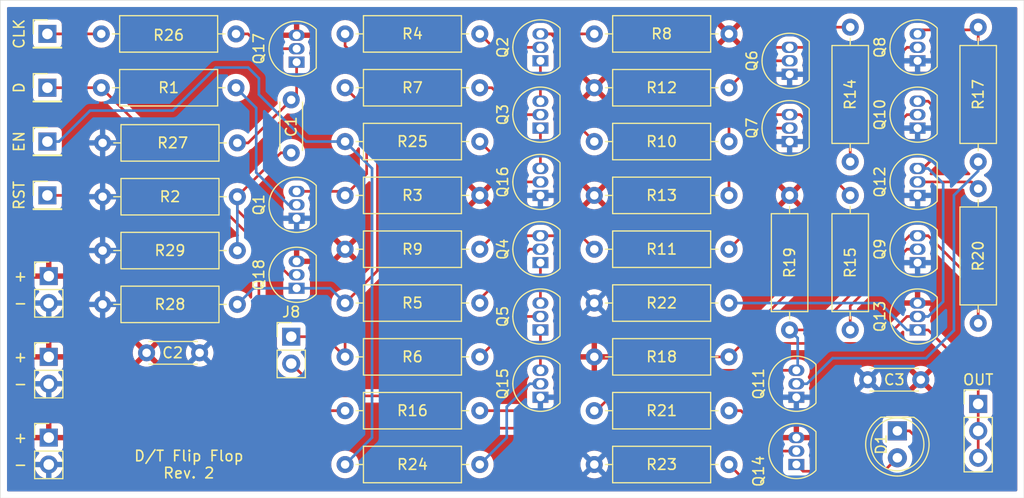
<source format=kicad_pcb>
(kicad_pcb (version 20221018) (generator pcbnew)
  (layers (0 "F.Cu" signal) (31 "B.Cu" signal) (34 "B.Paste" user) (35 "F.Paste" user) (36 "B.SilkS" user "B.Silkscreen") (37 "F.SilkS" user "F.Silkscreen") (38 "B.Mask" user) (39 "F.Mask" user) (44 "Edge.Cuts" user))
  (net 0 "")
  (net 1 "Net-(Q17-E)")
  (net 2 "Net-(Q18-B)")
  (net 3 "VCC")
  (net 4 "GND")
  (net 5 "Net-(D1-K)")
  (net 6 "Net-(D1-A)")
  (net 7 "Net-(J1-Pin_1)")
  (net 8 "Net-(J2-Pin_1)")
  (net 9 "Net-(J3-Pin_1)")
  (net 10 "Net-(J7-Pin_1)")
  (net 11 "Net-(J8-Pin_2)")
  (net 12 "Net-(J9-Pin_1)")
  (net 13 "Net-(Q1-C)")
  (net 14 "Net-(Q1-B)")
  (net 15 "Net-(Q2-E)")
  (net 16 "Net-(Q2-C)")
  (net 17 "Net-(Q2-B)")
  (net 18 "Net-(Q3-B)")
  (net 19 "Net-(Q16-C)")
  (net 20 "Net-(Q4-E)")
  (net 21 "Net-(Q4-C)")
  (net 22 "Net-(Q4-B)")
  (net 23 "Net-(Q5-B)")
  (net 24 "Net-(Q15-C)")
  (net 25 "Net-(Q6-C)")
  (net 26 "Net-(Q6-B)")
  (net 27 "Net-(Q7-B)")
  (net 28 "Net-(Q7-C)")
  (net 29 "Net-(Q8-B)")
  (net 30 "Net-(Q10-C)")
  (net 31 "Net-(Q9-B)")
  (net 32 "Net-(Q10-B)")
  (net 33 "Net-(Q11-B)")
  (net 34 "Net-(Q12-B)")
  (net 35 "Net-(Q14-B)")
  (net 36 "Net-(Q15-B)")
  (net 37 "Net-(Q16-B)")
  (net 38 "Net-(Q17-B)")
  (net 39 "Net-(Q18-E)")
  (footprint "LED_THT:LED_D5.0mm" (layer "F.Cu") (at 109.982 67.31 -90)
    (fp_text reference "D1" (at 1.27 1.524 -90) (layer "F.SilkS"))
    (fp_text value "LED")
    (pad "1" thru_hole rect (at 0 0 270) (size 1.8 1.8) (drill 0.9) (layers "*.Cu" "*.Mask") (net 5 "Net-(D1-K)"))
    (pad "2" thru_hole circle (at 2.54 0 270) (size 1.8 1.8) (drill 0.9) (layers "*.Cu" "*.Mask") (net 6 "Net-(D1-A)"))
  )
  (footprint "Connector_PinHeader_2.54mm:PinHeader_1x02_P2.54mm_Vertical" (layer "F.Cu") (at 29.972 67.945)
    (fp_text reference "J6" hide)
    (fp_text value "Power")
    (pad "1" thru_hole rect (at 0 0) (size 1.7 1.7) (drill 1) (layers "*.Cu" "*.Mask") (net 3 "VCC"))
    (pad "2" thru_hole oval (at 0 2.54) (size 1.7 1.7) (drill 1) (layers "*.Cu" "*.Mask") (net 4 "GND"))
  )
  (footprint "Package_TO_SOT_THT:TO-92_Inline" (layer "F.Cu") (at 76.327 32.385 90)
    (fp_text reference "Q2" (at 1.27 -3.56 90) (layer "F.SilkS"))
    (fp_text value "2N2222")
    (pad "1" thru_hole rect (at 0 0 90) (size 1.05 1.5) (drill 0.75) (layers "*.Cu" "*.Mask") (net 15 "Net-(Q2-E)"))
    (pad "2" thru_hole oval (at 1.27 0 90) (size 1.05 1.5) (drill 0.75) (layers "*.Cu" "*.Mask") (net 17 "Net-(Q2-B)"))
    (pad "3" thru_hole oval (at 2.54 0 90) (size 1.05 1.5) (drill 0.75) (layers "*.Cu" "*.Mask") (net 16 "Net-(Q2-C)"))
  )
  (footprint "Package_TO_SOT_THT:TO-92_Inline" (layer "F.Cu") (at 76.327 38.735 90)
    (fp_text reference "Q3" (at 1.27 -3.56 90) (layer "F.SilkS"))
    (fp_text value "2N2222")
    (pad "1" thru_hole rect (at 0 0 90) (size 1.05 1.5) (drill 0.75) (layers "*.Cu" "*.Mask") (net 19 "Net-(Q16-C)"))
    (pad "2" thru_hole oval (at 1.27 0 90) (size 1.05 1.5) (drill 0.75) (layers "*.Cu" "*.Mask") (net 18 "Net-(Q3-B)"))
    (pad "3" thru_hole oval (at 2.54 0 90) (size 1.05 1.5) (drill 0.75) (layers "*.Cu" "*.Mask") (net 15 "Net-(Q2-E)"))
  )
  (footprint "Package_TO_SOT_THT:TO-92_Inline" (layer "F.Cu") (at 99.822 33.655 90)
    (fp_text reference "Q6" (at 1.27 -3.56 90) (layer "F.SilkS"))
    (fp_text value "2N2222")
    (pad "1" thru_hole rect (at 0 0 90) (size 1.05 1.5) (drill 0.75) (layers "*.Cu" "*.Mask") (net 4 "GND"))
    (pad "2" thru_hole oval (at 1.27 0 90) (size 1.05 1.5) (drill 0.75) (layers "*.Cu" "*.Mask") (net 26 "Net-(Q6-B)"))
    (pad "3" thru_hole oval (at 2.54 0 90) (size 1.05 1.5) (drill 0.75) (layers "*.Cu" "*.Mask") (net 25 "Net-(Q6-C)"))
  )
  (footprint "Package_TO_SOT_THT:TO-92_Inline" (layer "F.Cu") (at 99.822 40.005 90)
    (fp_text reference "Q7" (at 1.27 -3.56 90) (layer "F.SilkS"))
    (fp_text value "2N2222")
    (pad "1" thru_hole rect (at 0 0 90) (size 1.05 1.5) (drill 0.75) (layers "*.Cu" "*.Mask") (net 4 "GND"))
    (pad "2" thru_hole oval (at 1.27 0 90) (size 1.05 1.5) (drill 0.75) (layers "*.Cu" "*.Mask") (net 27 "Net-(Q7-B)"))
    (pad "3" thru_hole oval (at 2.54 0 90) (size 1.05 1.5) (drill 0.75) (layers "*.Cu" "*.Mask") (net 28 "Net-(Q7-C)"))
  )
  (footprint "Package_TO_SOT_THT:TO-92_Inline" (layer "F.Cu") (at 111.887 32.385 90)
    (fp_text reference "Q8" (at 1.27 -3.56 90) (layer "F.SilkS"))
    (fp_text value "2N2222")
    (pad "1" thru_hole rect (at 0 0 90) (size 1.05 1.5) (drill 0.75) (layers "*.Cu" "*.Mask") (net 4 "GND"))
    (pad "2" thru_hole oval (at 1.27 0 90) (size 1.05 1.5) (drill 0.75) (layers "*.Cu" "*.Mask") (net 29 "Net-(Q8-B)"))
    (pad "3" thru_hole oval (at 2.54 0 90) (size 1.05 1.5) (drill 0.75) (layers "*.Cu" "*.Mask") (net 30 "Net-(Q10-C)"))
  )
  (footprint "Package_TO_SOT_THT:TO-92_Inline" (layer "F.Cu") (at 111.887 51.435 90)
    (fp_text reference "Q9" (at 1.27 -3.56 90) (layer "F.SilkS"))
    (fp_text value "2N2222")
    (pad "1" thru_hole rect (at 0 0 90) (size 1.05 1.5) (drill 0.75) (layers "*.Cu" "*.Mask") (net 4 "GND"))
    (pad "2" thru_hole oval (at 1.27 0 90) (size 1.05 1.5) (drill 0.75) (layers "*.Cu" "*.Mask") (net 31 "Net-(Q9-B)"))
    (pad "3" thru_hole oval (at 2.54 0 90) (size 1.05 1.5) (drill 0.75) (layers "*.Cu" "*.Mask") (net 11 "Net-(J8-Pin_2)"))
  )
  (footprint "Package_TO_SOT_THT:TO-92_Inline" (layer "F.Cu") (at 111.887 38.735 90)
    (fp_text reference "Q10" (at 1.27 -3.56 90) (layer "F.SilkS"))
    (fp_text value "2N2222")
    (pad "1" thru_hole rect (at 0 0 90) (size 1.05 1.5) (drill 0.75) (layers "*.Cu" "*.Mask") (net 4 "GND"))
    (pad "2" thru_hole oval (at 1.27 0 90) (size 1.05 1.5) (drill 0.75) (layers "*.Cu" "*.Mask") (net 32 "Net-(Q10-B)"))
    (pad "3" thru_hole oval (at 2.54 0 90) (size 1.05 1.5) (drill 0.75) (layers "*.Cu" "*.Mask") (net 30 "Net-(Q10-C)"))
  )
  (footprint "Package_TO_SOT_THT:TO-92_Inline" (layer "F.Cu") (at 100.457 64.135 90)
    (fp_text reference "Q11" (at 1.27 -3.56 90) (layer "F.SilkS"))
    (fp_text value "2N2222")
    (pad "1" thru_hole rect (at 0 0 90) (size 1.05 1.5) (drill 0.75) (layers "*.Cu" "*.Mask") (net 4 "GND"))
    (pad "2" thru_hole oval (at 1.27 0 90) (size 1.05 1.5) (drill 0.75) (layers "*.Cu" "*.Mask") (net 33 "Net-(Q11-B)"))
    (pad "3" thru_hole oval (at 2.54 0 90) (size 1.05 1.5) (drill 0.75) (layers "*.Cu" "*.Mask") (net 11 "Net-(J8-Pin_2)"))
  )
  (footprint "Package_TO_SOT_THT:TO-92_Inline" (layer "F.Cu") (at 111.887 45.085 90)
    (fp_text reference "Q12" (at 1.27 -3.56 90) (layer "F.SilkS"))
    (fp_text value "2N2222")
    (pad "1" thru_hole rect (at 0 0 90) (size 1.05 1.5) (drill 0.75) (layers "*.Cu" "*.Mask") (net 4 "GND"))
    (pad "2" thru_hole oval (at 1.27 0 90) (size 1.05 1.5) (drill 0.75) (layers "*.Cu" "*.Mask") (net 34 "Net-(Q12-B)"))
    (pad "3" thru_hole oval (at 2.54 0 90) (size 1.05 1.5) (drill 0.75) (layers "*.Cu" "*.Mask") (net 30 "Net-(Q10-C)"))
  )
  (footprint "Package_TO_SOT_THT:TO-92_Inline" (layer "F.Cu") (at 111.887 57.785 90)
    (fp_text reference "Q13" (at 1.27 -3.56 90) (layer "F.SilkS"))
    (fp_text value "2N2222")
    (pad "1" thru_hole rect (at 0 0 90) (size 1.05 1.5) (drill 0.75) (layers "*.Cu" "*.Mask") (net 10 "Net-(J7-Pin_1)"))
    (pad "2" thru_hole oval (at 1.27 0 90) (size 1.05 1.5) (drill 0.75) (layers "*.Cu" "*.Mask") (net 30 "Net-(Q10-C)"))
    (pad "3" thru_hole oval (at 2.54 0 90) (size 1.05 1.5) (drill 0.75) (layers "*.Cu" "*.Mask") (net 3 "VCC"))
  )
  (footprint "Package_TO_SOT_THT:TO-92_Inline" (layer "F.Cu") (at 100.457 70.485 90)
    (fp_text reference "Q14" (at -0.635 -3.56 90) (layer "F.SilkS"))
    (fp_text value "2N2222")
    (pad "1" thru_hole rect (at 0 0 90) (size 1.05 1.5) (drill 0.75) (layers "*.Cu" "*.Mask") (net 6 "Net-(D1-A)"))
    (pad "2" thru_hole oval (at 1.27 0 90) (size 1.05 1.5) (drill 0.75) (layers "*.Cu" "*.Mask") (net 35 "Net-(Q14-B)"))
    (pad "3" thru_hole oval (at 2.54 0 90) (size 1.05 1.5) (drill 0.75) (layers "*.Cu" "*.Mask") (net 3 "VCC"))
  )
  (footprint "Resistor_THT:R_Axial_DIN0309_L9.0mm_D3.2mm_P12.70mm_Horizontal" (layer "F.Cu") (at 47.625 34.925 180)
    (fp_text reference "R1" (at 6.35 0) (layer "F.SilkS"))
    (fp_text value "10K")
    (pad "1" thru_hole circle (at 0 0 180) (size 1.6 1.6) (drill 0.8) (layers "*.Cu" "*.Mask") (net 14 "Net-(Q1-B)"))
    (pad "2" thru_hole oval (at 12.7 0 180) (size 1.6 1.6) (drill 0.8) (layers "*.Cu" "*.Mask") (net 8 "Net-(J2-Pin_1)"))
  )
  (footprint "Resistor_THT:R_Axial_DIN0309_L9.0mm_D3.2mm_P12.70mm_Horizontal" (layer "F.Cu") (at 70.612 29.845 180)
    (fp_text reference "R4" (at 6.35 0) (layer "F.SilkS"))
    (fp_text value "10K")
    (pad "1" thru_hole circle (at 0 0 180) (size 1.6 1.6) (drill 0.8) (layers "*.Cu" "*.Mask") (net 17 "Net-(Q2-B)"))
    (pad "2" thru_hole oval (at 12.7 0 180) (size 1.6 1.6) (drill 0.8) (layers "*.Cu" "*.Mask") (net 39 "Net-(Q18-E)"))
  )
  (footprint "Resistor_THT:R_Axial_DIN0309_L9.0mm_D3.2mm_P12.70mm_Horizontal" (layer "F.Cu") (at 70.612 34.925 180)
    (fp_text reference "R7" (at 6.35 0) (layer "F.SilkS"))
    (fp_text value "10K")
    (pad "1" thru_hole circle (at 0 0 180) (size 1.6 1.6) (drill 0.8) (layers "*.Cu" "*.Mask") (net 18 "Net-(Q3-B)"))
    (pad "2" thru_hole oval (at 12.7 0 180) (size 1.6 1.6) (drill 0.8) (layers "*.Cu" "*.Mask") (net 13 "Net-(Q1-C)"))
  )
  (footprint "Resistor_THT:R_Axial_DIN0309_L9.0mm_D3.2mm_P12.70mm_Horizontal" (layer "F.Cu") (at 94.107 29.845 180)
    (fp_text reference "R8" (at 6.35 0) (layer "F.SilkS"))
    (fp_text value "1K")
    (pad "1" thru_hole circle (at 0 0 180) (size 1.6 1.6) (drill 0.8) (layers "*.Cu" "*.Mask") (net 3 "VCC"))
    (pad "2" thru_hole oval (at 12.7 0 180) (size 1.6 1.6) (drill 0.8) (layers "*.Cu" "*.Mask") (net 16 "Net-(Q2-C)"))
  )
  (footprint "Resistor_THT:R_Axial_DIN0309_L9.0mm_D3.2mm_P12.70mm_Horizontal" (layer "F.Cu") (at 94.107 40.005 180)
    (fp_text reference "R10" (at 6.35 0) (layer "F.SilkS"))
    (fp_text value "10K")
    (pad "1" thru_hole circle (at 0 0 180) (size 1.6 1.6) (drill 0.8) (layers "*.Cu" "*.Mask") (net 26 "Net-(Q6-B)"))
    (pad "2" thru_hole oval (at 12.7 0 180) (size 1.6 1.6) (drill 0.8) (layers "*.Cu" "*.Mask") (net 16 "Net-(Q2-C)"))
  )
  (footprint "Resistor_THT:R_Axial_DIN0309_L9.0mm_D3.2mm_P12.70mm_Horizontal" (layer "F.Cu") (at 94.107 50.165 180)
    (fp_text reference "R11" (at 6.35 0) (layer "F.SilkS"))
    (fp_text value "10K")
    (pad "1" thru_hole circle (at 0 0 180) (size 1.6 1.6) (drill 0.8) (layers "*.Cu" "*.Mask") (net 27 "Net-(Q7-B)"))
    (pad "2" thru_hole oval (at 12.7 0 180) (size 1.6 1.6) (drill 0.8) (layers "*.Cu" "*.Mask") (net 21 "Net-(Q4-C)"))
  )
  (footprint "Resistor_THT:R_Axial_DIN0309_L9.0mm_D3.2mm_P12.70mm_Horizontal" (layer "F.Cu") (at 81.407 34.925)
    (fp_text reference "R12" (at 6.35 0) (layer "F.SilkS"))
    (fp_text value "1K")
    (pad "1" thru_hole circle (at 0 0) (size 1.6 1.6) (drill 0.8) (layers "*.Cu" "*.Mask") (net 3 "VCC"))
    (pad "2" thru_hole oval (at 12.7 0) (size 1.6 1.6) (drill 0.8) (layers "*.Cu" "*.Mask") (net 25 "Net-(Q6-C)"))
  )
  (footprint "Resistor_THT:R_Axial_DIN0309_L9.0mm_D3.2mm_P12.70mm_Horizontal" (layer "F.Cu") (at 81.407 45.085)
    (fp_text reference "R13" (at 6.35 0) (layer "F.SilkS"))
    (fp_text value "1K")
    (pad "1" thru_hole circle (at 0 0) (size 1.6 1.6) (drill 0.8) (layers "*.Cu" "*.Mask") (net 3 "VCC"))
    (pad "2" thru_hole oval (at 12.7 0) (size 1.6 1.6) (drill 0.8) (layers "*.Cu" "*.Mask") (net 28 "Net-(Q7-C)"))
  )
  (footprint "Resistor_THT:R_Axial_DIN0309_L9.0mm_D3.2mm_P12.70mm_Horizontal" (layer "F.Cu") (at 105.537 41.91 90)
    (fp_text reference "R14" (at 6.35 0 90) (layer "F.SilkS"))
    (fp_text value "10K")
    (pad "1" thru_hole circle (at 0 0 90) (size 1.6 1.6) (drill 0.8) (layers "*.Cu" "*.Mask") (net 29 "Net-(Q8-B)"))
    (pad "2" thru_hole oval (at 12.7 0 90) (size 1.6 1.6) (drill 0.8) (layers "*.Cu" "*.Mask") (net 25 "Net-(Q6-C)"))
  )
  (footprint "Resistor_THT:R_Axial_DIN0309_L9.0mm_D3.2mm_P12.70mm_Horizontal" (layer "F.Cu") (at 105.537 57.785 90)
    (fp_text reference "R15" (at 6.35 0 90) (layer "F.SilkS"))
    (fp_text value "10K")
    (pad "1" thru_hole circle (at 0 0 90) (size 1.6 1.6) (drill 0.8) (layers "*.Cu" "*.Mask") (net 31 "Net-(Q9-B)"))
    (pad "2" thru_hole oval (at 12.7 0 90) (size 1.6 1.6) (drill 0.8) (layers "*.Cu" "*.Mask") (net 28 "Net-(Q7-C)"))
  )
  (footprint "Resistor_THT:R_Axial_DIN0309_L9.0mm_D3.2mm_P12.70mm_Horizontal" (layer "F.Cu") (at 70.612 65.405 180)
    (fp_text reference "R16" (at 6.35 0) (layer "F.SilkS"))
    (fp_text value "10K")
    (pad "1" thru_hole circle (at 0 0 180) (size 1.6 1.6) (drill 0.8) (layers "*.Cu" "*.Mask") (net 32 "Net-(Q10-B)"))
    (pad "2" thru_hole oval (at 12.7 0 180) (size 1.6 1.6) (drill 0.8) (layers "*.Cu" "*.Mask") (net 9 "Net-(J3-Pin_1)"))
  )
  (footprint "Resistor_THT:R_Axial_DIN0309_L9.0mm_D3.2mm_P12.70mm_Horizontal" (layer "F.Cu") (at 117.602 29.21 -90)
    (fp_text reference "R17" (at 6.35 0 90) (layer "F.SilkS"))
    (fp_text value "10K")
    (pad "1" thru_hole circle (at 0 0 270) (size 1.6 1.6) (drill 0.8) (layers "*.Cu" "*.Mask") (net 30 "Net-(Q10-C)"))
    (pad "2" thru_hole oval (at 12.7 0 270) (size 1.6 1.6) (drill 0.8) (layers "*.Cu" "*.Mask") (net 33 "Net-(Q11-B)"))
  )
  (footprint "Resistor_THT:R_Axial_DIN0309_L9.0mm_D3.2mm_P12.70mm_Horizontal" (layer "F.Cu") (at 94.107 60.325 180)
    (fp_text reference "R18" (at 6.35 0) (layer "F.SilkS"))
    (fp_text value "1K")
    (pad "1" thru_hole circle (at 0 0 180) (size 1.6 1.6) (drill 0.8) (layers "*.Cu" "*.Mask") (net 30 "Net-(Q10-C)"))
    (pad "2" thru_hole oval (at 12.7 0 180) (size 1.6 1.6) (drill 0.8) (layers "*.Cu" "*.Mask") (net 3 "VCC"))
  )
  (footprint "Resistor_THT:R_Axial_DIN0309_L9.0mm_D3.2mm_P12.70mm_Horizontal" (layer "F.Cu") (at 99.822 45.085 -90)
    (fp_text reference "R19" (at 6.35 0 90) (layer "F.SilkS"))
    (fp_text value "1K")
    (pad "1" thru_hole circle (at 0 0 270) (size 1.6 1.6) (drill 0.8) (layers "*.Cu" "*.Mask") (net 3 "VCC"))
    (pad "2" thru_hole oval (at 12.7 0 270) (size 1.6 1.6) (drill 0.8) (layers "*.Cu" "*.Mask") (net 11 "Net-(J8-Pin_2)"))
  )
  (footprint "Resistor_THT:R_Axial_DIN0309_L9.0mm_D3.2mm_P12.70mm_Horizontal" (layer "F.Cu") (at 117.602 44.45 -90)
    (fp_text reference "R20" (at 6.35 0 90) (layer "F.SilkS"))
    (fp_text value "10K")
    (pad "1" thru_hole circle (at 0 0 270) (size 1.6 1.6) (drill 0.8) (layers "*.Cu" "*.Mask") (net 34 "Net-(Q12-B)"))
    (pad "2" thru_hole oval (at 12.7 0 270) (size 1.6 1.6) (drill 0.8) (layers "*.Cu" "*.Mask") (net 11 "Net-(J8-Pin_2)"))
  )
  (footprint "Resistor_THT:R_Axial_DIN0309_L9.0mm_D3.2mm_P12.70mm_Horizontal" (layer "F.Cu") (at 94.107 65.405 180)
    (fp_text reference "R21" (at 6.35 0) (layer "F.SilkS"))
    (fp_text value "10K")
    (pad "1" thru_hole circle (at 0 0 180) (size 1.6 1.6) (drill 0.8) (layers "*.Cu" "*.Mask") (net 35 "Net-(Q14-B)"))
    (pad "2" thru_hole oval (at 12.7 0 180) (size 1.6 1.6) (drill 0.8) (layers "*.Cu" "*.Mask") (net 30 "Net-(Q10-C)"))
  )
  (footprint "Resistor_THT:R_Axial_DIN0309_L9.0mm_D3.2mm_P12.70mm_Horizontal" (layer "F.Cu") (at 81.407 55.245)
    (fp_text reference "R22" (at 6.35 0) (layer "F.SilkS"))
    (fp_text value "1K")
    (pad "1" thru_hole circle (at 0 0) (size 1.6 1.6) (drill 0.8) (layers "*.Cu" "*.Mask") (net 4 "GND"))
    (pad "2" thru_hole oval (at 12.7 0) (size 1.6 1.6) (drill 0.8) (layers "*.Cu" "*.Mask") (net 10 "Net-(J7-Pin_1)"))
  )
  (footprint "Resistor_THT:R_Axial_DIN0309_L9.0mm_D3.2mm_P12.70mm_Horizontal" (layer "F.Cu") (at 81.407 70.485)
    (fp_text reference "R23" (at 6.35 0) (layer "F.SilkS"))
    (fp_text value "1K")
    (pad "1" thru_hole circle (at 0 0) (size 1.6 1.6) (drill 0.8) (layers "*.Cu" "*.Mask") (net 4 "GND"))
    (pad "2" thru_hole oval (at 12.7 0) (size 1.6 1.6) (drill 0.8) (layers "*.Cu" "*.Mask") (net 5 "Net-(D1-K)"))
  )
  (footprint "Resistor_THT:R_Axial_DIN0309_L9.0mm_D3.2mm_P12.70mm_Horizontal" (layer "F.Cu") (at 70.612 60.325 180)
    (fp_text reference "R6" (at 6.35 0) (layer "F.SilkS"))
    (fp_text value "10K")
    (pad "1" thru_hole circle (at 0 0 180) (size 1.6 1.6) (drill 0.8) (layers "*.Cu" "*.Mask") (net 23 "Net-(Q5-B)"))
    (pad "2" thru_hole oval (at 12.7 0 180) (size 1.6 1.6) (drill 0.8) (layers "*.Cu" "*.Mask") (net 8 "Net-(J2-Pin_1)"))
  )
  (footprint "Resistor_THT:R_Axial_DIN0309_L9.0mm_D3.2mm_P12.70mm_Horizontal" (layer "F.Cu") (at 70.612 55.245 180)
    (fp_text reference "R5" (at 6.35 0) (layer "F.SilkS"))
    (fp_text value "10K")
    (pad "1" thru_hole circle (at 0 0 180) (size 1.6 1.6) (drill 0.8) (layers "*.Cu" "*.Mask") (net 22 "Net-(Q4-B)"))
    (pad "2" thru_hole oval (at 12.7 0 180) (size 1.6 1.6) (drill 0.8) (layers "*.Cu" "*.Mask") (net 39 "Net-(Q18-E)"))
  )
  (footprint "Package_TO_SOT_THT:TO-92_Inline" (layer "F.Cu") (at 76.327 51.435 90)
    (fp_text reference "Q4" (at 1.27 -3.56 90) (layer "F.SilkS"))
    (fp_text value "2N2222")
    (pad "1" thru_hole rect (at 0 0 90) (size 1.05 1.5) (drill 0.75) (layers "*.Cu" "*.Mask") (net 20 "Net-(Q4-E)"))
    (pad "2" thru_hole oval (at 1.27 0 90) (size 1.05 1.5) (drill 0.75) (layers "*.Cu" "*.Mask") (net 22 "Net-(Q4-B)"))
    (pad "3" thru_hole oval (at 2.54 0 90) (size 1.05 1.5) (drill 0.75) (layers "*.Cu" "*.Mask") (net 21 "Net-(Q4-C)"))
  )
  (footprint "Package_TO_SOT_THT:TO-92_Inline" (layer "F.Cu") (at 76.327 57.785 90)
    (fp_text reference "Q5" (at 1.27 -3.56 90) (layer "F.SilkS"))
    (fp_text value "2N2222")
    (pad "1" thru_hole rect (at 0 0 90) (size 1.05 1.5) (drill 0.75) (layers "*.Cu" "*.Mask") (net 24 "Net-(Q15-C)"))
    (pad "2" thru_hole oval (at 1.27 0 90) (size 1.05 1.5) (drill 0.75) (layers "*.Cu" "*.Mask") (net 23 "Net-(Q5-B)"))
    (pad "3" thru_hole oval (at 2.54 0 90) (size 1.05 1.5) (drill 0.75) (layers "*.Cu" "*.Mask") (net 20 "Net-(Q4-E)"))
  )
  (footprint "Resistor_THT:R_Axial_DIN0309_L9.0mm_D3.2mm_P12.70mm_Horizontal" (layer "F.Cu") (at 57.912 50.165)
    (fp_text reference "R9" (at 6.35 0) (layer "F.SilkS"))
    (fp_text value "1K")
    (pad "1" thru_hole circle (at 0 0) (size 1.6 1.6) (drill 0.8) (layers "*.Cu" "*.Mask") (net 3 "VCC"))
    (pad "2" thru_hole oval (at 12.7 0) (size 1.6 1.6) (drill 0.8) (layers "*.Cu" "*.Mask") (net 21 "Net-(Q4-C)"))
  )
  (footprint "Package_TO_SOT_THT:TO-92_Inline" (layer "F.Cu") (at 76.327 64.135 90)
    (fp_text reference "Q15" (at 1.27 -3.56 90) (layer "F.SilkS"))
    (fp_text value "2N2222")
    (pad "1" thru_hole rect (at 0 0 90) (size 1.05 1.5) (drill 0.75) (layers "*.Cu" "*.Mask") (net 4 "GND"))
    (pad "2" thru_hole oval (at 1.27 0 90) (size 1.05 1.5) (drill 0.75) (layers "*.Cu" "*.Mask") (net 36 "Net-(Q15-B)"))
    (pad "3" thru_hole oval (at 2.54 0 90) (size 1.05 1.5) (drill 0.75) (layers "*.Cu" "*.Mask") (net 24 "Net-(Q15-C)"))
  )
  (footprint "Package_TO_SOT_THT:TO-92_Inline" (layer "F.Cu") (at 76.327 45.085 90)
    (fp_text reference "Q16" (at 1.27 -3.56 90) (layer "F.SilkS"))
    (fp_text value "2N2222")
    (pad "1" thru_hole rect (at 0 0 90) (size 1.05 1.5) (drill 0.75) (layers "*.Cu" "*.Mask") (net 4 "GND"))
    (pad "2" thru_hole oval (at 1.27 0 90) (size 1.05 1.5) (drill 0.75) (layers "*.Cu" "*.Mask") (net 37 "Net-(Q16-B)"))
    (pad "3" thru_hole oval (at 2.54 0 90) (size 1.05 1.5) (drill 0.75) (layers "*.Cu" "*.Mask") (net 19 "Net-(Q16-C)"))
  )
  (footprint "Resistor_THT:R_Axial_DIN0309_L9.0mm_D3.2mm_P12.70mm_Horizontal" (layer "F.Cu") (at 70.612 70.485 180)
    (fp_text reference "R24" (at 6.35 0) (layer "F.SilkS"))
    (fp_text value "10K")
    (pad "1" thru_hole circle (at 0 0 180) (size 1.6 1.6) (drill 0.8) (layers "*.Cu" "*.Mask") (net 36 "Net-(Q15-B)"))
    (pad "2" thru_hole oval (at 12.7 0 180) (size 1.6 1.6) (drill 0.8) (layers "*.Cu" "*.Mask") (net 12 "Net-(J9-Pin_1)"))
  )
  (footprint "Resistor_THT:R_Axial_DIN0309_L9.0mm_D3.2mm_P12.70mm_Horizontal" (layer "F.Cu") (at 70.612 40.005 180)
    (fp_text reference "R25" (at 6.35 0) (layer "F.SilkS"))
    (fp_text value "10K")
    (pad "1" thru_hole circle (at 0 0 180) (size 1.6 1.6) (drill 0.8) (layers "*.Cu" "*.Mask") (net 37 "Net-(Q16-B)"))
    (pad "2" thru_hole oval (at 12.7 0 180) (size 1.6 1.6) (drill 0.8) (layers "*.Cu" "*.Mask") (net 12 "Net-(J9-Pin_1)"))
  )
  (footprint "Connector_PinHeader_2.54mm:PinHeader_1x02_P2.54mm_Vertical" (layer "F.Cu") (at 29.972 52.705)
    (fp_text reference "J4" hide)
    (fp_text value "Power")
    (pad "1" thru_hole rect (at 0 0) (size 1.7 1.7) (drill 1) (layers "*.Cu" "*.Mask") (net 3 "VCC"))
    (pad "2" thru_hole oval (at 0 2.54) (size 1.7 1.7) (drill 1) (layers "*.Cu" "*.Mask") (net 4 "GND"))
  )
  (footprint "Connector_PinHeader_2.54mm:PinHeader_1x02_P2.54mm_Vertical" (layer "F.Cu") (at 29.972 60.325)
    (fp_text reference "J5" hide)
    (fp_text value "Power")
    (pad "1" thru_hole rect (at 0 0) (size 1.7 1.7) (drill 1) (layers "*.Cu" "*.Mask") (net 3 "VCC"))
    (pad "2" thru_hole oval (at 0 2.54) (size 1.7 1.7) (drill 1) (layers "*.Cu" "*.Mask") (net 4 "GND"))
  )
  (footprint "Capacitor_THT:C_Disc_D4.3mm_W1.9mm_P5.00mm" (layer "F.Cu") (at 52.832 36.068 -90)
    (fp_text reference "C1" (at 2.54 0 90) (layer "F.SilkS"))
    (fp_text value "0.1uF")
    (pad "1" thru_hole circle (at 0 0 270) (size 1.6 1.6) (drill 0.8) (layers "*.Cu" "*.Mask") (net 1 "Net-(Q17-E)"))
    (pad "2" thru_hole circle (at 5 0 270) (size 1.6 1.6) (drill 0.8) (layers "*.Cu" "*.Mask") (net 2 "Net-(Q18-B)"))
  )
  (footprint "Package_TO_SOT_THT:TO-92_Inline" (layer "F.Cu") (at 53.34 32.512 90)
    (fp_text reference "Q17" (at 1.27 -3.56 90) (layer "F.SilkS"))
    (fp_text value "2N2222")
    (pad "1" thru_hole rect (at 0 0 90) (size 1.05 1.5) (drill 0.75) (layers "*.Cu" "*.Mask") (net 1 "Net-(Q17-E)"))
    (pad "2" thru_hole oval (at 1.27 0 90) (size 1.05 1.5) (drill 0.75) (layers "*.Cu" "*.Mask") (net 38 "Net-(Q17-B)"))
    (pad "3" thru_hole oval (at 2.54 0 90) (size 1.05 1.5) (drill 0.75) (layers "*.Cu" "*.Mask") (net 3 "VCC"))
  )
  (footprint "Package_TO_SOT_THT:TO-92_Inline" (layer "F.Cu") (at 53.34 53.848 90)
    (fp_text reference "Q18" (at 1.27 -3.56 90) (layer "F.SilkS"))
    (fp_text value "2N2222")
    (pad "1" thru_hole rect (at 0 0 90) (size 1.05 1.5) (drill 0.75) (layers "*.Cu" "*.Mask") (net 39 "Net-(Q18-E)"))
    (pad "2" thru_hole oval (at 1.27 0 90) (size 1.05 1.5) (drill 0.75) (layers "*.Cu" "*.Mask") (net 2 "Net-(Q18-B)"))
    (pad "3" thru_hole oval (at 2.54 0 90) (size 1.05 1.5) (drill 0.75) (layers "*.Cu" "*.Mask") (net 3 "VCC"))
  )
  (footprint "Resistor_THT:R_Axial_DIN0309_L9.0mm_D3.2mm_P12.70mm_Horizontal" (layer "F.Cu") (at 47.752 40.132 180)
    (fp_text reference "R27" (at 6.096 0) (layer "F.SilkS"))
    (fp_text value "100")
    (pad "1" thru_hole circle (at 0 0 180) (size 1.6 1.6) (drill 0.8) (layers "*.Cu" "*.Mask") (net 1 "Net-(Q17-E)"))
    (pad "2" thru_hole oval (at 12.7 0 180) (size 1.6 1.6) (drill 0.8) (layers "*.Cu" "*.Mask") (net 4 "GND"))
  )
  (footprint "Resistor_THT:R_Axial_DIN0309_L9.0mm_D3.2mm_P12.70mm_Horizontal" (layer "F.Cu") (at 47.752 55.372 180)
    (fp_text reference "R28" (at 6.35 0) (layer "F.SilkS"))
    (fp_text value "1K")
    (pad "1" thru_hole circle (at 0 0 180) (size 1.6 1.6) (drill 0.8) (layers "*.Cu" "*.Mask") (net 39 "Net-(Q18-E)"))
    (pad "2" thru_hole oval (at 12.7 0 180) (size 1.6 1.6) (drill 0.8) (layers "*.Cu" "*.Mask") (net 4 "GND"))
  )
  (footprint "Package_TO_SOT_THT:TO-92_Inline" (layer "F.Cu") (at 53.34 47.244 90)
    (fp_text reference "Q1" (at 1.27 -3.56 90) (layer "F.SilkS"))
    (fp_text value "2N2222")
    (pad "1" thru_hole rect (at 0 0 90) (size 1.05 1.5) (drill 0.75) (layers "*.Cu" "*.Mask") (net 4 "GND"))
    (pad "2" thru_hole oval (at 1.27 0 90) (size 1.05 1.5) (drill 0.75) (layers "*.Cu" "*.Mask") (net 14 "Net-(Q1-B)"))
    (pad "3" thru_hole oval (at 2.54 0 90) (size 1.05 1.5) (drill 0.75) (layers "*.Cu" "*.Mask") (net 13 "Net-(Q1-C)"))
  )
  (footprint "Capacitor_THT:C_Disc_D4.3mm_W1.9mm_P5.00mm" (layer "F.Cu") (at 107.188 62.484)
    (fp_text reference "C3" (at 2.5 0) (layer "F.SilkS"))
    (fp_text value "0.1uF")
    (pad "1" thru_hole circle (at 0 0) (size 1.6 1.6) (drill 0.8) (layers "*.Cu" "*.Mask") (net 4 "GND"))
    (pad "2" thru_hole circle (at 5 0) (size 1.6 1.6) (drill 0.8) (layers "*.Cu" "*.Mask") (net 3 "VCC"))
  )
  (footprint "Resistor_THT:R_Axial_DIN0309_L9.0mm_D3.2mm_P12.70mm_Horizontal" (layer "F.Cu") (at 47.752 45.212 180)
    (fp_text reference "R2" (at 6.35 0) (layer "F.SilkS"))
    (fp_text value "100")
    (pad "1" thru_hole circle (at 0 0 180) (size 1.6 1.6) (drill 0.8) (layers "*.Cu" "*.Mask") (net 2 "Net-(Q18-B)"))
    (pad "2" thru_hole oval (at 12.7 0 180) (size 1.6 1.6) (drill 0.8) (layers "*.Cu" "*.Mask") (net 4 "GND"))
  )
  (footprint "Resistor_THT:R_Axial_DIN0309_L9.0mm_D3.2mm_P12.70mm_Horizontal" (layer "F.Cu") (at 70.612 45.085 180)
    (fp_text reference "R3" (at 6.35 0) (layer "F.SilkS"))
    (fp_text value "1K")
    (pad "1" thru_hole circle (at 0 0 180) (size 1.6 1.6) (drill 0.8) (layers "*.Cu" "*.Mask") (net 3 "VCC"))
    (pad "2" thru_hole oval (at 12.7 0 180) (size 1.6 1.6) (drill 0.8) (layers "*.Cu" "*.Mask") (net 13 "Net-(Q1-C)"))
  )
  (footprint "Capacitor_THT:C_Disc_D4.3mm_W1.9mm_P5.00mm" (layer "F.Cu") (at 44.196 59.944 180)
    (fp_text reference "C2" (at 2.54 0) (layer "F.SilkS"))
    (fp_text value "0.1uF")
    (pad "1" thru_hole circle (at 0 0 180) (size 1.6 1.6) (drill 0.8) (layers "*.Cu" "*.Mask") (net 4 "GND"))
    (pad "2" thru_hole circle (at 5 0 180) (size 1.6 1.6) (drill 0.8) (layers "*.Cu" "*.Mask") (net 3 "VCC"))
  )
  (footprint "Resistor_THT:R_Axial_DIN0309_L9.0mm_D3.2mm_P12.70mm_Horizontal" (layer "F.Cu") (at 47.625 29.845 180)
    (fp_text reference "R26" (at 6.35 -0.127) (layer "F.SilkS"))
    (fp_text value "1K")
    (pad "1" thru_hole circle (at 0 0 180) (size 1.6 1.6) (drill 0.8) (layers "*.Cu" "*.Mask") (net 38 "Net-(Q17-B)"))
    (pad "2" thru_hole oval (at 12.7 0 180) (size 1.6 1.6) (drill 0.8) (layers "*.Cu" "*.Mask") (net 7 "Net-(J1-Pin_1)"))
  )
  (footprint "Resistor_THT:R_Axial_DIN0309_L9.0mm_D3.2mm_P12.70mm_Horizontal" (layer "F.Cu") (at 47.752 50.292 180)
    (fp_text reference "R29" (at 6.35 0) (layer "F.SilkS"))
    (fp_text value "100")
    (pad "1" thru_hole circle (at 0 0 180) (size 1.6 1.6) (drill 0.8) (layers "*.Cu" "*.Mask") (net 2 "Net-(Q18-B)"))
    (pad "2" thru_hole oval (at 12.7 0 180) (size 1.6 1.6) (drill 0.8) (layers "*.Cu" "*.Mask") (net 4 "GND"))
  )
  (footprint "Connector_PinHeader_2.54mm:PinHeader_1x01_P2.54mm_Vertical" (layer "F.Cu") (at 29.845 40.005)
    (fp_text reference "J9" hide)
    (fp_text value "EN" (at -2.667 0 90) (layer "F.SilkS"))
    (pad "1" thru_hole rect (at 0 0) (size 1.7 1.7) (drill 1) (layers "*.Cu" "*.Mask") (net 12 "Net-(J9-Pin_1)"))
  )
  (footprint "Connector_PinHeader_2.54mm:PinHeader_1x03_P2.54mm_Vertical" (layer "F.Cu") (at 117.602 64.77)
    (fp_text reference "J7" hide)
    (fp_text value "OUT" (at 0 -2.286) (layer "F.SilkS"))
    (pad "1" thru_hole rect (at 0 0) (size 1.7 1.7) (drill 1) (layers "*.Cu" "*.Mask") (net 10 "Net-(J7-Pin_1)"))
    (pad "2" thru_hole oval (at 0 2.54) (size 1.7 1.7) (drill 1) (layers "*.Cu" "*.Mask") (net 10 "Net-(J7-Pin_1)"))
    (pad "3" thru_hole oval (at 0 5.08) (size 1.7 1.7) (drill 1) (layers "*.Cu" "*.Mask") (net 10 "Net-(J7-Pin_1)"))
  )
  (footprint "Connector_PinHeader_2.54mm:PinHeader_1x01_P2.54mm_Vertical" (layer "F.Cu") (at 29.845 45.085)
    (fp_text reference "J3" hide)
    (fp_text value "RST" (at -2.667 0 90) (layer "F.SilkS"))
    (pad "1" thru_hole rect (at 0 0) (size 1.7 1.7) (drill 1) (layers "*.Cu" "*.Mask") (net 9 "Net-(J3-Pin_1)"))
  )
  (footprint "Connector_PinHeader_2.54mm:PinHeader_1x02_P2.54mm_Vertical" (layer "F.Cu") (at 52.832 58.42)
    (fp_text reference "J8" (at 0 -2.33) (layer "F.SilkS"))
    (fp_text value "T-Select")
    (pad "1" thru_hole rect (at 0 0) (size 1.7 1.7) (drill 1) (layers "*.Cu" "*.Mask") (net 8 "Net-(J2-Pin_1)"))
    (pad "2" thru_hole oval (at 0 2.54) (size 1.7 1.7) (drill 1) (layers "*.Cu" "*.Mask") (net 11 "Net-(J8-Pin_2)"))
  )
  (footprint "Connector_PinHeader_2.54mm:PinHeader_1x01_P2.54mm_Vertical" (layer "F.Cu") (at 29.845 29.845)
    (fp_text reference "J1" hide)
    (fp_text value "CLK" (at -2.667 0 90) (layer "F.SilkS"))
    (pad "1" thru_hole rect (at 0 0) (size 1.7 1.7) (drill 1) (layers "*.Cu" "*.Mask") (net 7 "Net-(J1-Pin_1)"))
  )
  (footprint "Connector_PinHeader_2.54mm:PinHeader_1x01_P2.54mm_Vertical" (layer "F.Cu") (at 29.845 34.925)
    (fp_text reference "J2" hide)
    (fp_text value "D" (at -2.667 0 90) (layer "F.SilkS"))
    (pad "1" thru_hole rect (at 0 0) (size 1.7 1.7) (drill 1) (layers "*.Cu" "*.Mask") (net 8 "Net-(J2-Pin_1)"))
  )
  (gr_line (start 121.92 26.67) (end 25.4 26.67) (stroke (width 0.05)) (layer "Edge.Cuts"))
  (gr_line (start 25.4 73.66) (end 121.92 73.66) (stroke (width 0.05)) (layer "Edge.Cuts"))
  (gr_line (start 121.92 73.66) (end 121.92 26.67) (stroke (width 0.05)) (layer "Edge.Cuts"))
  (gr_line (start 25.4 26.67) (end 25.4 73.66) (stroke (width 0.05)) (layer "Edge.Cuts"))
  (gr_text "-" (at 27.305 70.485) (layer "F.SilkS") (effects (font (size 1 1))))
  (gr_text "+" (at 27.305 67.945) (layer "F.SilkS") (effects (font (size 1 1))))
  (gr_text "+" (at 27.305 52.705) (layer "F.SilkS") (effects (font (size 1 1))))
  (gr_text "D/T Flip Flop\nRev. 2" (at 43.18 70.485) (layer "F.SilkS") (effects (font (size 1 1))))
  (gr_text "-" (at 27.305 62.865) (layer "F.SilkS") (effects (font (size 1 1))))
  (gr_text "+" (at 27.305 60.325) (layer "F.SilkS") (effects (font (size 1 1))))
  (gr_text "-" (at 27.305 55.245) (layer "F.SilkS") (effects (font (size 1 1))))
  (segment (start 52.832 36.068) (end 48.768 40.132) (width 0.25) (layer "F.Cu") (net 1))
  (segment (start 48.768 40.132) (end 47.752 40.132) (width 0.25) (layer "F.Cu") (net 1))
  (segment (start 53.34 35.56) (end 52.832 36.068) (width 0.25) (layer "F.Cu") (net 1))
  (segment (start 53.34 32.512) (end 53.34 35.56) (width 0.25) (layer "F.Cu") (net 1))
  (segment (start 52.578 52.578) (end 53.34 52.578) (width 0.25) (layer "F.Cu") (net 2))
  (segment (start 50.8 50.8) (end 52.578 52.578) (width 0.25) (layer "F.Cu") (net 2))
  (segment (start 47.752 46.482) (end 50.8 49.53) (width 0.25) (layer "F.Cu") (net 2))
  (segment (start 51.856 41.068) (end 47.752 45.172) (width 0.25) (layer "F.Cu") (net 2))
  (segment (start 52.832 41.068) (end 51.856 41.068) (width 0.25) (layer "F.Cu") (net 2))
  (segment (start 47.752 45.212) (end 47.752 46.482) (width 0.25) (layer "F.Cu") (net 2))
  (segment (start 50.8 49.53) (end 50.8 50.8) (width 0.25) (layer "F.Cu") (net 2))
  (segment (start 47.752 45.172) (end 47.752 45.212) (width 0.25) (layer "F.Cu") (net 2))
  (segment (start 47.752 45.212) (end 47.752 50.292) (width 0.25) (layer "B.Cu") (net 2))
  (segment (start 109.982 67.31) (end 111.132 67.31) (width 0.25) (layer "F.Cu") (net 5))
  (segment (start 95.377 71.755) (end 94.906999 71.284999) (width 0.25) (layer "F.Cu") (net 5))
  (segment (start 111.76 67.938) (end 111.76 70.485) (width 0.25) (layer "F.Cu") (net 5))
  (segment (start 110.49 71.755) (end 95.377 71.755) (width 0.25) (layer "F.Cu") (net 5))
  (segment (start 111.76 70.485) (end 110.49 71.755) (width 0.25) (layer "F.Cu") (net 5))
  (segment (start 111.132 67.31) (end 111.76 67.938) (width 0.25) (layer "F.Cu") (net 5))
  (segment (start 94.906999 71.284999) (end 94.107 70.485) (width 0.25) (layer "F.Cu") (net 5))
  (segment (start 101.092 71.12) (end 108.712 71.12) (width 0.25) (layer "F.Cu") (net 6))
  (segment (start 108.712 71.12) (end 109.982 69.85) (width 0.25) (layer "F.Cu") (net 6))
  (segment (start 100.457 70.485) (end 101.092 71.12) (width 0.25) (layer "F.Cu") (net 6))
  (segment (start 30.945 29.845) (end 34.925 29.845) (width 0.25) (layer "F.Cu") (net 7))
  (segment (start 29.845 29.845) (end 30.945 29.845) (width 0.25) (layer "F.Cu") (net 7))
  (segment (start 49.784 49.784) (end 35.724999 35.724999) (width 0.25) (layer "F.Cu") (net 8))
  (segment (start 35.724999 35.724999) (end 34.925 34.925) (width 0.25) (layer "F.Cu") (net 8))
  (segment (start 52.832 58.42) (end 56.007 58.42) (width 0.25) (layer "F.Cu") (net 8))
  (segment (start 29.845 34.925) (end 30.945 34.925) (width 0.25) (layer "F.Cu") (net 8))
  (segment (start 57.912 60.325) (end 57.912 58.928) (width 0.25) (layer "F.Cu") (net 8))
  (segment (start 30.945 34.925) (end 34.925 34.925) (width 0.25) (layer "F.Cu") (net 8))
  (segment (start 55.499 56.515) (end 51.435 56.515) (width 0.25) (layer "F.Cu") (net 8))
  (segment (start 57.912 58.928) (end 55.499 56.515) (width 0.25) (layer "F.Cu") (net 8))
  (segment (start 51.435 56.515) (end 49.784 54.864) (width 0.25) (layer "F.Cu") (net 8))
  (segment (start 56.007 58.42) (end 57.912 60.325) (width 0.25) (layer "F.Cu") (net 8))
  (segment (start 49.784 54.864) (end 49.784 49.784) (width 0.25) (layer "F.Cu") (net 8))
  (segment (start 56.78063 65.405) (end 57.912 65.405) (width 0.25) (layer "F.Cu") (net 9))
  (segment (start 32.455501 45.085) (end 52.775501 65.405) (width 0.25) (layer "F.Cu") (net 9))
  (segment (start 52.775501 65.405) (end 56.78063 65.405) (width 0.25) (layer "F.Cu") (net 9))
  (segment (start 29.845 45.085) (end 32.455501 45.085) (width 0.25) (layer "F.Cu") (net 9))
  (segment (start 117.602 67.31) (end 117.602 64.77) (width 0.25) (layer "F.Cu") (net 10))
  (segment (start 117.602 64.77) (end 117.602 62.5) (width 0.25) (layer "F.Cu") (net 10))
  (segment (start 117.602 62.5) (end 112.887 57.785) (width 0.25) (layer "F.Cu") (net 10))
  (segment (start 112.887 57.785) (end 111.887 57.785) (width 0.25) (layer "F.Cu") (net 10))
  (segment (start 117.602 69.85) (end 117.602 67.31) (width 0.25) (layer "F.Cu") (net 10))
  (segment (start 108.347 55.245) (end 110.887 57.785) (width 0.25) (layer "B.Cu") (net 10))
  (segment (start 110.887 57.785) (end 111.887 57.785) (width 0.25) (layer "B.Cu") (net 10))
  (segment (start 94.107 55.245) (end 108.347 55.245) (width 0.25) (layer "B.Cu") (net 10))
  (segment (start 99.457 61.595) (end 100.457 61.595) (width 0.25) (layer "F.Cu") (net 11))
  (segment (start 55.88 64.008) (end 67.056 64.008) (width 0.25) (layer "F.Cu") (net 11))
  (segment (start 87.757 61.595) (end 99.457 61.595) (width 0.25) (layer "F.Cu") (net 11))
  (segment (start 67.056 64.008) (end 70.104 67.056) (width 0.25) (layer "F.Cu") (net 11))
  (segment (start 52.832 60.96) (end 55.88 64.008) (width 0.25) (layer "F.Cu") (net 11))
  (segment (start 117.602 57.15) (end 117.602 53.61) (width 0.25) (layer "F.Cu") (net 11))
  (segment (start 82.296 67.056) (end 87.757 61.595) (width 0.25) (layer "F.Cu") (net 11))
  (segment (start 99.822 57.785) (end 102.235 57.785) (width 0.25) (layer "F.Cu") (net 11))
  (segment (start 70.104 67.056) (end 82.296 67.056) (width 0.25) (layer "F.Cu") (net 11))
  (segment (start 102.235 57.785) (end 111.125 48.895) (width 0.25) (layer "F.Cu") (net 11))
  (segment (start 111.125 48.895) (end 111.887 48.895) (width 0.25) (layer "F.Cu") (net 11))
  (segment (start 117.602 53.61) (end 112.887 48.895) (width 0.25) (layer "F.Cu") (net 11))
  (segment (start 112.887 48.895) (end 111.887 48.895) (width 0.25) (layer "F.Cu") (net 11))
  (segment (start 100.584 61.468) (end 100.457 61.595) (width 0.25) (layer "B.Cu") (net 11))
  (segment (start 100.584 58.547) (end 100.584 61.468) (width 0.25) (layer "B.Cu") (net 11))
  (segment (start 99.822 57.785) (end 100.584 58.547) (width 0.25) (layer "B.Cu") (net 11))
  (segment (start 54.229 40.005) (end 57.912 40.005) (width 0.25) (layer "B.Cu") (net 12))
  (segment (start 49.784 35.56) (end 54.229 40.005) (width 0.25) (layer "B.Cu") (net 12))
  (segment (start 58.711999 69.685001) (end 57.912 70.485) (width 0.25) (layer "B.Cu") (net 12))
  (segment (start 60.452 42.545) (end 60.452 67.945) (width 0.25) (layer "B.Cu") (net 12))
  (segment (start 45.72 33.02) (end 48.768 33.02) (width 0.25) (layer "B.Cu") (net 12))
  (segment (start 48.768 33.02) (end 49.784 34.036) (width 0.25) (layer "B.Cu") (net 12))
  (segment (start 60.452 67.945) (end 58.711999 69.685001) (width 0.25) (layer "B.Cu") (net 12))
  (segment (start 29.845 40.005) (end 30.945 40.005) (width 0.25) (layer "B.Cu") (net 12))
  (segment (start 33.866 37.084) (end 41.656 37.084) (width 0.25) (layer "B.Cu") (net 12))
  (segment (start 57.912 40.005) (end 60.452 42.545) (width 0.25) (layer "B.Cu") (net 12))
  (segment (start 49.784 34.036) (end 49.784 35.56) (width 0.25) (layer "B.Cu") (net 12))
  (segment (start 41.656 37.084) (end 45.72 33.02) (width 0.25) (layer "B.Cu") (net 12))
  (segment (start 30.945 40.005) (end 33.866 37.084) (width 0.25) (layer "B.Cu") (net 12))
  (segment (start 57.531 44.704) (end 57.912 45.085) (width 0.25) (layer "F.Cu") (net 13))
  (segment (start 59.944 36.957) (end 58.711999 35.724999) (width 0.25) (layer "F.Cu") (net 13))
  (segment (start 57.912 45.085) (end 59.944 43.053) (width 0.25) (layer "F.Cu") (net 13))
  (segment (start 59.944 43.053) (end 59.944 36.957) (width 0.25) (layer "F.Cu") (net 13))
  (segment (start 53.34 44.704) (end 57.531 44.704) (width 0.25) (layer "F.Cu") (net 13))
  (segment (start 58.711999 35.724999) (end 57.912 34.925) (width 0.25) (layer "F.Cu") (net 13))
  (segment (start 52.578 45.974) (end 53.34 45.974) (width 0.25) (layer "B.Cu") (net 14))
  (segment (start 49.53 42.926) (end 52.578 45.974) (width 0.25) (layer "B.Cu") (net 14))
  (segment (start 47.625 34.925) (end 49.53 36.83) (width 0.25) (layer "B.Cu") (net 14))
  (segment (start 49.53 36.83) (end 49.53 42.926) (width 0.25) (layer "B.Cu") (net 14))
  (segment (start 76.327 32.385) (end 76.327 36.195) (width 0.25) (layer "F.Cu") (net 15))
  (segment (start 80.607001 39.205001) (end 81.407 40.005) (width 0.25) (layer "F.Cu") (net 16))
  (segment (start 80.27563 29.845) (end 76.327 29.845) (width 0.25) (layer "F.Cu") (net 16))
  (segment (start 76.327 29.845) (end 77.327 29.845) (width 0.25) (layer "F.Cu") (net 16))
  (segment (start 79.248 37.846) (end 80.607001 39.205001) (width 0.25) (layer "F.Cu") (net 16))
  (segment (start 79.248 31.766) (end 79.248 37.846) (width 0.25) (layer "F.Cu") (net 16))
  (segment (start 81.407 29.845) (end 80.27563 29.845) (width 0.25) (layer "F.Cu") (net 16))
  (segment (start 77.327 29.845) (end 79.248 31.766) (width 0.25) (layer "F.Cu") (net 16))
  (segment (start 71.882 31.115) (end 76.327 31.115) (width 0.25) (layer "F.Cu") (net 17))
  (segment (start 70.612 29.845) (end 71.882 31.115) (width 0.25) (layer "F.Cu") (net 17))
  (segment (start 71.74337 34.925) (end 74.28337 37.465) (width 0.25) (layer "F.Cu") (net 18))
  (segment (start 75.327 37.465) (end 76.327 37.465) (width 0.25) (layer "F.Cu") (net 18))
  (segment (start 70.612 34.925) (end 71.74337 34.925) (width 0.25) (layer "F.Cu") (net 18))
  (segment (start 74.28337 37.465) (end 75.327 37.465) (width 0.25) (layer "F.Cu") (net 18))
  (segment (start 76.327 38.735) (end 76.327 39.51) (width 0.25) (layer "F.Cu") (net 19))
  (segment (start 76.327 39.51) (end 76.327 42.545) (width 0.25) (layer "F.Cu") (net 19))
  (segment (start 76.327 52.21) (end 76.327 55.245) (width 0.25) (layer "F.Cu") (net 20))
  (segment (start 76.327 51.435) (end 76.327 52.21) (width 0.25) (layer "F.Cu") (net 20))
  (segment (start 76.327 48.895) (end 80.137 48.895) (width 0.25) (layer "F.Cu") (net 21))
  (segment (start 71.882 48.895) (end 70.612 50.165) (width 0.25) (layer "F.Cu") (net 21))
  (segment (start 76.327 48.895) (end 71.882 48.895) (width 0.25) (layer "F.Cu") (net 21))
  (segment (start 80.137 48.895) (end 81.407 50.165) (width 0.25) (layer "F.Cu") (net 21))
  (segment (start 76.327 50.165) (end 75.327 50.165) (width 0.25) (layer "F.Cu") (net 22))
  (segment (start 75.327 50.165) (end 70.612 54.88) (width 0.25) (layer "F.Cu") (net 22))
  (segment (start 70.612 54.88) (end 70.612 55.245) (width 0.25) (layer "F.Cu") (net 22))
  (segment (start 74.422 56.515) (end 70.612 60.325) (width 0.25) (layer "F.Cu") (net 23))
  (segment (start 76.327 56.515) (end 74.422 56.515) (width 0.25) (layer "F.Cu") (net 23))
  (segment (start 76.327 57.785) (end 76.327 61.595) (width 0.25) (layer "F.Cu") (net 24))
  (segment (start 97.917 31.115) (end 99.822 31.115) (width 0.25) (layer "F.Cu") (net 25))
  (segment (start 103.886 29.21) (end 101.981 31.115) (width 0.25) (layer "F.Cu") (net 25))
  (segment (start 101.981 31.115) (end 99.822 31.115) (width 0.25) (layer "F.Cu") (net 25))
  (segment (start 105.537 29.21) (end 103.886 29.21) (width 0.25) (layer "F.Cu") (net 25))
  (segment (start 94.107 34.925) (end 97.917 31.115) (width 0.25) (layer "F.Cu") (net 25))
  (segment (start 97.79 32.385) (end 96.012 34.163) (width 0.25) (layer "F.Cu") (net 26))
  (segment (start 96.012 36.576) (end 94.107 38.481) (width 0.25) (layer "F.Cu") (net 26))
  (segment (start 94.107 38.481) (end 94.107 40.005) (width 0.25) (layer "F.Cu") (net 26))
  (segment (start 99.822 32.385) (end 97.79 32.385) (width 0.25) (layer "F.Cu") (net 26))
  (segment (start 96.012 34.163) (end 96.012 36.576) (width 0.25) (layer "F.Cu") (net 26))
  (segment (start 96.52 47.752) (end 96.52 39.37) (width 0.25) (layer "F.Cu") (net 27))
  (segment (start 96.52 39.37) (end 97.155 38.735) (width 0.25) (layer "F.Cu") (net 27))
  (segment (start 97.155 38.735) (end 99.822 38.735) (width 0.25) (layer "F.Cu") (net 27))
  (segment (start 94.107 50.165) (end 96.52 47.752) (width 0.25) (layer "F.Cu") (net 27))
  (segment (start 96.012 39.116) (end 97.663 37.465) (width 0.25) (layer "F.Cu") (net 28))
  (segment (start 97.663 37.465) (end 99.822 37.465) (width 0.25) (layer "F.Cu") (net 28))
  (segment (start 99.822 37.465) (end 100.822 37.465) (width 0.25) (layer "F.Cu") (net 28))
  (segment (start 102.616 42.164) (end 104.737001 44.285001) (width 0.25) (layer "F.Cu") (net 28))
  (segment (start 94.107 43.561) (end 96.012 41.656) (width 0.25) (layer "F.Cu") (net 28))
  (segment (start 100.822 37.465) (end 102.616 39.259) (width 0.25) (layer "F.Cu") (net 28))
  (segment (start 102.616 39.259) (end 102.616 42.164) (width 0.25) (layer "F.Cu") (net 28))
  (segment (start 104.737001 44.285001) (end 105.537 45.085) (width 0.25) (layer "F.Cu") (net 28))
  (segment (start 96.012 41.656) (end 96.012 39.116) (width 0.25) (layer "F.Cu") (net 28))
  (segment (start 94.107 45.085) (end 94.107 43.561) (width 0.25) (layer "F.Cu") (net 28))
  (segment (start 105.537 41.91) (end 105.537 36.465) (width 0.25) (layer "F.Cu") (net 29))
  (segment (start 110.887 31.115) (end 111.887 31.115) (width 0.25) (layer "F.Cu") (net 29))
  (segment (start 105.537 36.465) (end 110.887 31.115) (width 0.25) (layer "F.Cu") (net 29))
  (segment (start 95.377 59.055) (end 108.347 59.055) (width 0.25) (layer "F.Cu") (net 30))
  (segment (start 94.107 60.325) (end 86.6775 60.325) (width 0.25) (layer "F.Cu") (net 30))
  (segment (start 117.602 37.338) (end 117.602 30.34137) (width 0.25) (layer "F.Cu") (net 30))
  (segment (start 112.395 42.545) (end 114.3 40.64) (width 0.25) (layer "F.Cu") (net 30))
  (segment (start 111.887 42.545) (end 112.395 42.545) (width 0.25) (layer "F.Cu") (net 30))
  (segment (start 114.3 37.608) (end 112.887 36.195) (width 0.25) (layer "F.Cu") (net 30))
  (segment (start 81.5975 65.405) (end 81.407 65.405) (width 0.25) (layer "F.Cu") (net 30))
  (segment (start 117.602 30.34137) (end 117.602 29.21) (width 0.25) (layer "F.Cu") (net 30))
  (segment (start 117.348 29.464) (end 117.602 29.21) (width 0.25) (layer "F.Cu") (net 30))
  (segment (start 112.887 36.195) (end 111.887 36.195) (width 0.25) (layer "F.Cu") (net 30))
  (segment (start 112.395 42.545) (end 117.602 37.338) (width 0.25) (layer "F.Cu") (net 30))
  (segment (start 111.887 29.845) (end 112.268 29.464) (width 0.25) (layer "F.Cu") (net 30))
  (segment (start 86.6775 60.325) (end 81.5975 65.405) (width 0.25) (layer "F.Cu") (net 30))
  (segment (start 94.107 60.325) (end 95.377 59.055) (width 0.25) (layer "F.Cu") (net 30))
  (segment (start 114.3 40.64) (end 114.3 37.608) (width 0.25) (layer "F.Cu") (net 30))
  (segment (start 108.347 59.055) (end 110.887 56.515) (width 0.25) (layer "F.Cu") (net 30))
  (segment (start 112.268 29.464) (end 117.348 29.464) (width 0.25) (layer "F.Cu") (net 30))
  (segment (start 110.887 56.515) (end 111.887 56.515) (width 0.25) (layer "F.Cu") (net 30))
  (segment (start 112.887 42.545) (end 111.887 42.545) (width 0.25) (layer "B.Cu") (net 30))
  (segment (start 114.3 43.958) (end 112.887 42.545) (width 0.25) (layer "B.Cu") (net 30))
  (segment (start 114.3 55.102) (end 114.3 43.958) (width 0.25) (layer "B.Cu") (net 30))
  (segment (start 112.887 56.515) (end 114.3 55.102) (width 0.25) (layer "B.Cu") (net 30))
  (segment (start 111.887 56.515) (end 112.887 56.515) (width 0.25) (layer "B.Cu") (net 30))
  (segment (start 105.537 57.785) (end 105.537 55.515) (width 0.25) (layer "F.Cu") (net 31))
  (segment (start 105.537 55.515) (end 110.887 50.165) (width 0.25) (layer "F.Cu") (net 31))
  (segment (start 110.887 50.165) (end 111.887 50.165) (width 0.25) (layer "F.Cu") (net 31))
  (segment (start 108.204 40.148) (end 108.204 45.72) (width 0.25) (layer "F.Cu") (net 32))
  (segment (start 84.5185 59.69) (end 78.8035 65.405) (width 0.25) (layer "F.Cu") (net 32))
  (segment (start 111.887 37.465) (end 110.887 37.465) (width 0.25) (layer "F.Cu") (net 32))
  (segment (start 108.204 45.72) (end 95.504 58.42) (width 0.25) (layer "F.Cu") (net 32))
  (segment (start 78.8035 65.405) (end 70.612 65.405) (width 0.25) (layer "F.Cu") (net 32))
  (segment (start 110.887 37.465) (end 108.204 40.148) (width 0.25) (layer "F.Cu") (net 32))
  (segment (start 92.075 59.69) (end 84.5185 59.69) (width 0.25) (layer "F.Cu") (net 32))
  (segment (start 93.345 58.42) (end 92.075 59.69) (width 0.25) (layer "F.Cu") (net 32))
  (segment (start 95.504 58.42) (end 93.345 58.42) (width 0.25) (layer "F.Cu") (net 32))
  (segment (start 115.316 45.070998) (end 115.316 57.826001) (width 0.25) (layer "B.Cu") (net 33))
  (segment (start 103.87 60.452) (end 101.457 62.865) (width 0.25) (layer "B.Cu") (net 33))
  (segment (start 115.316 57.826001) (end 112.690001 60.452) (width 0.25) (layer "B.Cu") (net 33))
  (segment (start 117.602 42.784998) (end 115.316 45.070998) (width 0.25) (layer "B.Cu") (net 33))
  (segment (start 112.690001 60.452) (end 103.87 60.452) (width 0.25) (layer "B.Cu") (net 33))
  (segment (start 101.457 62.865) (end 100.457 62.865) (width 0.25) (layer "B.Cu") (net 33))
  (segment (start 117.602 41.91) (end 117.602 42.784998) (width 0.25) (layer "B.Cu") (net 33))
  (segment (start 116.967 43.815) (end 117.602 44.45) (width 0.25) (layer "F.Cu") (net 34))
  (segment (start 111.887 43.815) (end 116.967 43.815) (width 0.25) (layer "F.Cu") (net 34))
  (segment (start 99.457 69.215) (end 100.457 69.215) (width 0.25) (layer "F.Cu") (net 35))
  (segment (start 95.23837 65.405) (end 99.04837 69.215) (width 0.25) (layer "F.Cu") (net 35))
  (segment (start 94.107 65.405) (end 95.23837 65.405) (width 0.25) (layer "F.Cu") (net 35))
  (segment (start 99.04837 69.215) (end 99.457 69.215) (width 0.25) (layer "F.Cu") (net 35))
  (segment (start 70.612 70.485) (end 73.152 67.945) (width 0.25) (layer "B.Cu") (net 36))
  (segment (start 75.327 62.865) (end 76.327 62.865) (width 0.25) (layer "B.Cu") (net 36))
  (segment (start 73.152 65.04) (end 75.327 62.865) (width 0.25) (layer "B.Cu") (net 36))
  (segment (start 73.152 67.945) (end 73.152 65.04) (width 0.25) (layer "B.Cu") (net 36))
  (segment (start 70.612 40.005) (end 74.422 43.815) (width 0.25) (layer "F.Cu") (net 37))
  (segment (start 74.422 43.815) (end 76.327 43.815) (width 0.25) (layer "F.Cu") (net 37))
  (segment (start 47.625 29.845) (end 48.75637 29.845) (width 0.25) (layer "F.Cu") (net 38))
  (segment (start 50.15337 31.242) (end 52.34 31.242) (width 0.25) (layer "F.Cu") (net 38))
  (segment (start 52.34 31.242) (end 53.34 31.242) (width 0.25) (layer "F.Cu") (net 38))
  (segment (start 48.75637 29.845) (end 50.15337 31.242) (width 0.25) (layer "F.Cu") (net 38))
  (segment (start 60.96 34.02437) (end 60.96 52.197) (width 0.25) (layer "F.Cu") (net 39))
  (segment (start 60.96 52.197) (end 58.711999 54.445001) (width 0.25) (layer "F.Cu") (net 39))
  (segment (start 57.912 29.845) (end 57.912 30.97637) (width 0.25) (layer "F.Cu") (net 39))
  (segment (start 57.912 30.97637) (end 60.96 34.02437) (width 0.25) (layer "F.Cu") (net 39))
  (segment (start 58.711999 54.445001) (end 57.912 55.245) (width 0.25) (layer "F.Cu") (net 39))
  (segment (start 53.34 53.848) (end 56.515 53.848) (width 0.25) (layer "B.Cu") (net 39))
  (segment (start 49.276 53.848) (end 53.34 53.848) (width 0.25) (layer "B.Cu") (net 39))
  (segment (start 56.515 53.848) (end 57.912 55.245) (width 0.25) (layer "B.Cu") (net 39))
  (segment (start 47.752 55.372) (end 49.276 53.848) (width 0.25) (layer "B.Cu") (net 39))
  (zone (net 3) (net_name "VCC") (layer "F.Cu") (connect_pads (clearance 0.508)) (min_thickness 0.254) (fill yes (thermal_gap 0.508) (thermal_bridge_width 0.508))
    (polygon (pts (xy 121.285 73.025) (xy 26.035 73.025) (xy 26.035 27.305) (xy 121.285 27.305)))
  )
  (zone (net 4) (net_name "GND") (layer "B.Cu") (connect_pads (clearance 0.508)) (min_thickness 0.254) (fill yes (thermal_gap 0.508) (thermal_bridge_width 0.508))
    (polygon (pts (xy 121.285 73.025) (xy 26.035 73.025) (xy 26.035 27.305) (xy 121.285 27.305)))
  )
)
</source>
